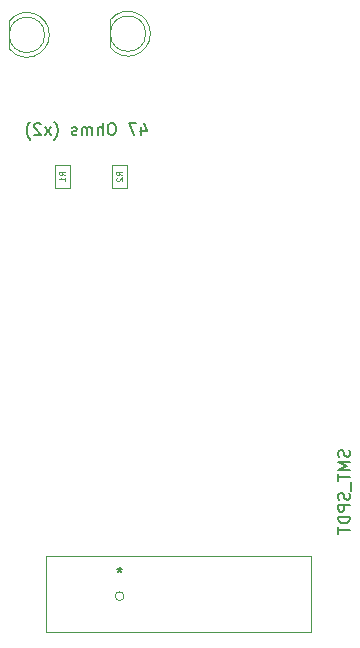
<source format=gbr>
%TF.GenerationSoftware,KiCad,Pcbnew,(5.1.9-0-10_14)*%
%TF.CreationDate,2021-10-18T11:35:41-07:00*%
%TF.ProjectId,cat_pcb_2a,6361745f-7063-4625-9f32-612e6b696361,rev?*%
%TF.SameCoordinates,Original*%
%TF.FileFunction,Other,Fab,Bot*%
%FSLAX46Y46*%
G04 Gerber Fmt 4.6, Leading zero omitted, Abs format (unit mm)*
G04 Created by KiCad (PCBNEW (5.1.9-0-10_14)) date 2021-10-18 11:35:41*
%MOMM*%
%LPD*%
G01*
G04 APERTURE LIST*
%ADD10C,0.100000*%
%ADD11C,0.150000*%
%ADD12C,0.080000*%
G04 APERTURE END LIST*
D10*
%TO.C,BAT1*%
X144399000Y-111633000D02*
G75*
G03*
X144399000Y-111633000I-381000J0D01*
G01*
X137816600Y-114663347D02*
X137816600Y-108262547D01*
X160219400Y-114663347D02*
X137816600Y-114663347D01*
X160219400Y-108262547D02*
X160219400Y-114663347D01*
X137816600Y-108262547D02*
X160219400Y-108262547D01*
%TO.C,R2*%
X143393000Y-77096500D02*
X144643000Y-77096500D01*
X144643000Y-77096500D02*
X144643000Y-75096500D01*
X144643000Y-75096500D02*
X143393000Y-75096500D01*
X143393000Y-75096500D02*
X143393000Y-77096500D01*
%TO.C,R1*%
X138567000Y-77096500D02*
X139817000Y-77096500D01*
X139817000Y-77096500D02*
X139817000Y-75096500D01*
X139817000Y-75096500D02*
X138567000Y-75096500D01*
X138567000Y-75096500D02*
X138567000Y-77096500D01*
%TO.C,D2*%
X146229200Y-64008000D02*
G75*
G03*
X146229200Y-64008000I-1500000J0D01*
G01*
X143229200Y-65174190D02*
X143229200Y-62841810D01*
X143228645Y-62842524D02*
G75*
G02*
X143229200Y-65174190I1500555J-1165476D01*
G01*
%TO.C,D1*%
X137669400Y-64109600D02*
G75*
G03*
X137669400Y-64109600I-1500000J0D01*
G01*
X134669400Y-65275790D02*
X134669400Y-62943410D01*
X134668845Y-62944124D02*
G75*
G02*
X134669400Y-65275790I1500555J-1165476D01*
G01*
%TD*%
%TO.C,BAT1*%
D11*
X144018000Y-109180380D02*
X144018000Y-109418476D01*
X144256095Y-109323238D02*
X144018000Y-109418476D01*
X143779904Y-109323238D01*
X144160857Y-109608952D02*
X144018000Y-109418476D01*
X143875142Y-109608952D01*
%TO.C,SW1*%
X163480761Y-99280809D02*
X163528380Y-99423666D01*
X163528380Y-99661761D01*
X163480761Y-99757000D01*
X163433142Y-99804619D01*
X163337904Y-99852238D01*
X163242666Y-99852238D01*
X163147428Y-99804619D01*
X163099809Y-99757000D01*
X163052190Y-99661761D01*
X163004571Y-99471285D01*
X162956952Y-99376047D01*
X162909333Y-99328428D01*
X162814095Y-99280809D01*
X162718857Y-99280809D01*
X162623619Y-99328428D01*
X162576000Y-99376047D01*
X162528380Y-99471285D01*
X162528380Y-99709380D01*
X162576000Y-99852238D01*
X163528380Y-100280809D02*
X162528380Y-100280809D01*
X163242666Y-100614142D01*
X162528380Y-100947476D01*
X163528380Y-100947476D01*
X162528380Y-101280809D02*
X162528380Y-101852238D01*
X163528380Y-101566523D02*
X162528380Y-101566523D01*
X163623619Y-101947476D02*
X163623619Y-102709380D01*
X163480761Y-102899857D02*
X163528380Y-103042714D01*
X163528380Y-103280809D01*
X163480761Y-103376047D01*
X163433142Y-103423666D01*
X163337904Y-103471285D01*
X163242666Y-103471285D01*
X163147428Y-103423666D01*
X163099809Y-103376047D01*
X163052190Y-103280809D01*
X163004571Y-103090333D01*
X162956952Y-102995095D01*
X162909333Y-102947476D01*
X162814095Y-102899857D01*
X162718857Y-102899857D01*
X162623619Y-102947476D01*
X162576000Y-102995095D01*
X162528380Y-103090333D01*
X162528380Y-103328428D01*
X162576000Y-103471285D01*
X163528380Y-103899857D02*
X162528380Y-103899857D01*
X162528380Y-104280809D01*
X162576000Y-104376047D01*
X162623619Y-104423666D01*
X162718857Y-104471285D01*
X162861714Y-104471285D01*
X162956952Y-104423666D01*
X163004571Y-104376047D01*
X163052190Y-104280809D01*
X163052190Y-103899857D01*
X163528380Y-104899857D02*
X162528380Y-104899857D01*
X162528380Y-105137952D01*
X162576000Y-105280809D01*
X162671238Y-105376047D01*
X162766476Y-105423666D01*
X162956952Y-105471285D01*
X163099809Y-105471285D01*
X163290285Y-105423666D01*
X163385523Y-105376047D01*
X163480761Y-105280809D01*
X163528380Y-105137952D01*
X163528380Y-104899857D01*
X162528380Y-105757000D02*
X162528380Y-106328428D01*
X163528380Y-106042714D02*
X162528380Y-106042714D01*
%TO.C,R2*%
D12*
X144244190Y-76013166D02*
X144006095Y-75846500D01*
X144244190Y-75727452D02*
X143744190Y-75727452D01*
X143744190Y-75917928D01*
X143768000Y-75965547D01*
X143791809Y-75989357D01*
X143839428Y-76013166D01*
X143910857Y-76013166D01*
X143958476Y-75989357D01*
X143982285Y-75965547D01*
X144006095Y-75917928D01*
X144006095Y-75727452D01*
X143791809Y-76203642D02*
X143768000Y-76227452D01*
X143744190Y-76275071D01*
X143744190Y-76394119D01*
X143768000Y-76441738D01*
X143791809Y-76465547D01*
X143839428Y-76489357D01*
X143887047Y-76489357D01*
X143958476Y-76465547D01*
X144244190Y-76179833D01*
X144244190Y-76489357D01*
%TO.C,R1*%
D11*
X145866857Y-71921714D02*
X145866857Y-72588380D01*
X146104952Y-71540761D02*
X146343047Y-72255047D01*
X145724000Y-72255047D01*
X145438285Y-71588380D02*
X144771619Y-71588380D01*
X145200190Y-72588380D01*
X143438285Y-71588380D02*
X143247809Y-71588380D01*
X143152571Y-71636000D01*
X143057333Y-71731238D01*
X143009714Y-71921714D01*
X143009714Y-72255047D01*
X143057333Y-72445523D01*
X143152571Y-72540761D01*
X143247809Y-72588380D01*
X143438285Y-72588380D01*
X143533523Y-72540761D01*
X143628761Y-72445523D01*
X143676380Y-72255047D01*
X143676380Y-71921714D01*
X143628761Y-71731238D01*
X143533523Y-71636000D01*
X143438285Y-71588380D01*
X142581142Y-72588380D02*
X142581142Y-71588380D01*
X142152571Y-72588380D02*
X142152571Y-72064571D01*
X142200190Y-71969333D01*
X142295428Y-71921714D01*
X142438285Y-71921714D01*
X142533523Y-71969333D01*
X142581142Y-72016952D01*
X141676380Y-72588380D02*
X141676380Y-71921714D01*
X141676380Y-72016952D02*
X141628761Y-71969333D01*
X141533523Y-71921714D01*
X141390666Y-71921714D01*
X141295428Y-71969333D01*
X141247809Y-72064571D01*
X141247809Y-72588380D01*
X141247809Y-72064571D02*
X141200190Y-71969333D01*
X141104952Y-71921714D01*
X140962095Y-71921714D01*
X140866857Y-71969333D01*
X140819238Y-72064571D01*
X140819238Y-72588380D01*
X140390666Y-72540761D02*
X140295428Y-72588380D01*
X140104952Y-72588380D01*
X140009714Y-72540761D01*
X139962095Y-72445523D01*
X139962095Y-72397904D01*
X140009714Y-72302666D01*
X140104952Y-72255047D01*
X140247809Y-72255047D01*
X140343047Y-72207428D01*
X140390666Y-72112190D01*
X140390666Y-72064571D01*
X140343047Y-71969333D01*
X140247809Y-71921714D01*
X140104952Y-71921714D01*
X140009714Y-71969333D01*
X138485904Y-72969333D02*
X138533523Y-72921714D01*
X138628761Y-72778857D01*
X138676380Y-72683619D01*
X138724000Y-72540761D01*
X138771619Y-72302666D01*
X138771619Y-72112190D01*
X138724000Y-71874095D01*
X138676380Y-71731238D01*
X138628761Y-71636000D01*
X138533523Y-71493142D01*
X138485904Y-71445523D01*
X138200190Y-72588380D02*
X137676380Y-71921714D01*
X138200190Y-71921714D02*
X137676380Y-72588380D01*
X137343047Y-71683619D02*
X137295428Y-71636000D01*
X137200190Y-71588380D01*
X136962095Y-71588380D01*
X136866857Y-71636000D01*
X136819238Y-71683619D01*
X136771619Y-71778857D01*
X136771619Y-71874095D01*
X136819238Y-72016952D01*
X137390666Y-72588380D01*
X136771619Y-72588380D01*
X136438285Y-72969333D02*
X136390666Y-72921714D01*
X136295428Y-72778857D01*
X136247809Y-72683619D01*
X136200190Y-72540761D01*
X136152571Y-72302666D01*
X136152571Y-72112190D01*
X136200190Y-71874095D01*
X136247809Y-71731238D01*
X136295428Y-71636000D01*
X136390666Y-71493142D01*
X136438285Y-71445523D01*
D12*
X139418190Y-76013166D02*
X139180095Y-75846500D01*
X139418190Y-75727452D02*
X138918190Y-75727452D01*
X138918190Y-75917928D01*
X138942000Y-75965547D01*
X138965809Y-75989357D01*
X139013428Y-76013166D01*
X139084857Y-76013166D01*
X139132476Y-75989357D01*
X139156285Y-75965547D01*
X139180095Y-75917928D01*
X139180095Y-75727452D01*
X139418190Y-76489357D02*
X139418190Y-76203642D01*
X139418190Y-76346500D02*
X138918190Y-76346500D01*
X138989619Y-76298880D01*
X139037238Y-76251261D01*
X139061047Y-76203642D01*
%TD*%
M02*

</source>
